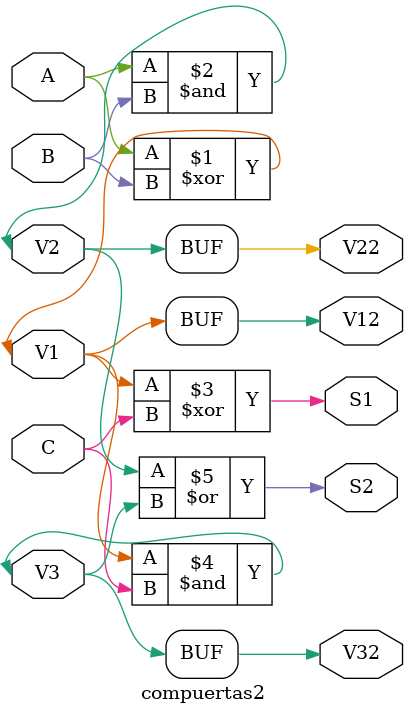
<source format=v>
module compuertas2(

    //Entradas de las diferentes compuertas y entradas del sistema
    input A,
    input B, 
    input C,
    input V1,
    input V2, 
    input V3,

    //Salidas de las compuertas y del sistema, S2 pertence a Co
    output S1,
    output S2,
    output V12,
    output V22,
    output V32
    );

    //Asiganmos los valores teniendo en cuenta que creamos una igualdad para dos variables
    //representan una salida y una entrada de una compuerta

    assign V12= A ^ B;
    assign V22= A & B ;
    assign S1= V1 ^ C;
    assign V32= V1 & C;
    assign S2= V2 | V3;
    assign V1= V12;
    assign V2= V22;
    assign V3= V32;

endmodule
</source>
